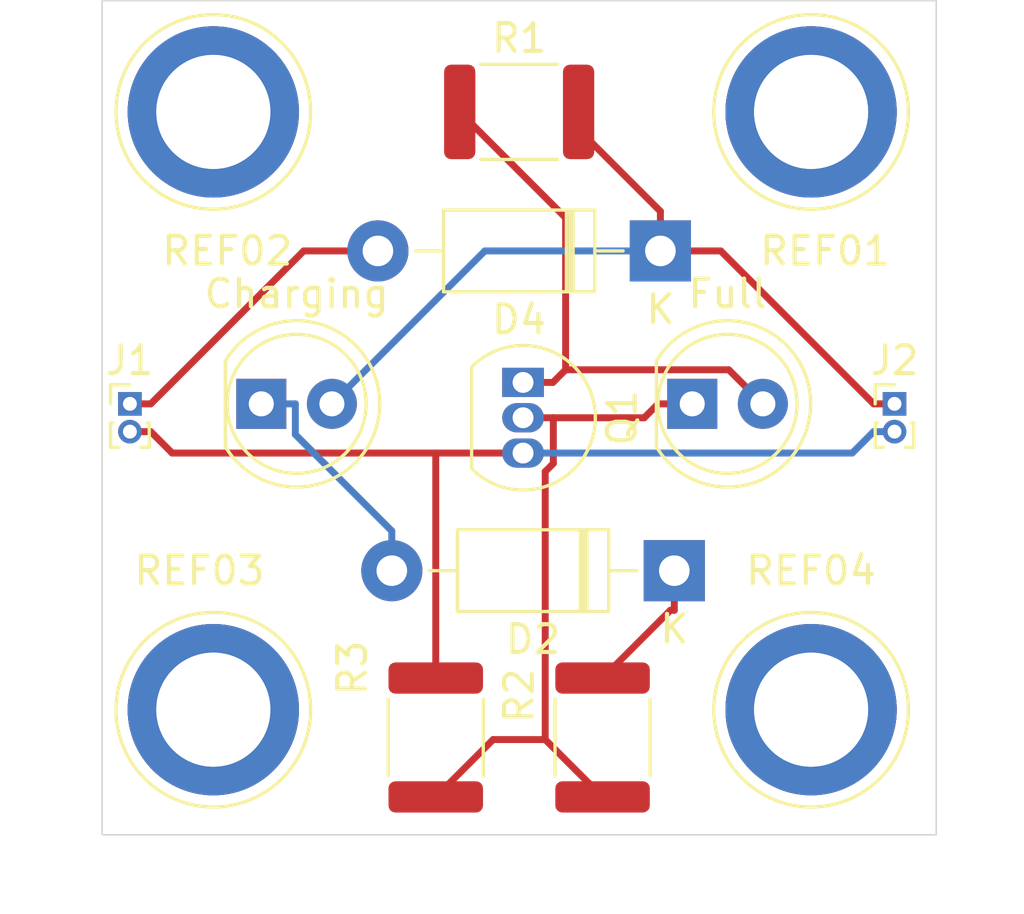
<source format=kicad_pcb>
(kicad_pcb (version 20211014) (generator pcbnew)
  (layers (0 "F.Cu" signal) (31 "B.Cu" signal) (34 "B.Paste" user) (35 "F.Paste" user) (36 "B.SilkS" user "B.Silkscreen") (37 "F.SilkS" user "F.Silkscreen") (38 "B.Mask" user) (39 "F.Mask" user) (44 "Edge.Cuts" user))
  (net 0 "")
  (net 1 "Net-(Charging1-Pad1)")
  (net 2 "Net-(Charging1-Pad2)")
  (net 3 "Net-(D2-Pad1)")
  (net 4 "Net-(D4-Pad2)")
  (net 5 "Net-(Full1-Pad1)")
  (net 6 "Net-(Full1-Pad2)")
  (net 7 "Net-(J1-Pad2)")
  (footprint "Diode_THT:D_DO-41_SOD81_P10.16mm_Horizontal" (layer "F.Cu") (at 135.58 100.5 180)
    (fp_text reference "D2" (at 5.08 -2.47) (layer "F.SilkS"))
    (fp_text value "1N4007")
    (fp_text user "K" (at 0 -2.1) (layer "F.SilkS"))
    (fp_line (start 7.8 1.47) (end 7.8 -1.47) (layer "F.SilkS") (width 0.12))
    (fp_line (start 2.36 -1.47) (end 2.36 1.47) (layer "F.SilkS") (width 0.12))
    (fp_line (start 7.8 -1.47) (end 2.36 -1.47) (layer "F.SilkS") (width 0.12))
    (fp_line (start 3.38 -1.47) (end 3.38 1.47) (layer "F.SilkS") (width 0.12))
    (fp_line (start 1.34 0) (end 2.36 0) (layer "F.SilkS") (width 0.12))
    (fp_line (start 8.82 0) (end 7.8 0) (layer "F.SilkS") (width 0.12))
    (fp_line (start 3.26 -1.47) (end 3.26 1.47) (layer "F.SilkS") (width 0.12))
    (fp_line (start 3.14 -1.47) (end 3.14 1.47) (layer "F.SilkS") (width 0.12))
    (fp_line (start 2.36 1.47) (end 7.8 1.47) (layer "F.SilkS") (width 0.12))
    (pad "1" thru_hole rect (at 0 0 180) (size 2.2 2.2) (drill 1.1) (layers *.Cu *.Mask) (net 3 "Net-(D2-Pad1)"))
    (pad "2" thru_hole oval (at 10.16 0 180) (size 2.2 2.2) (drill 1.1) (layers *.Cu *.Mask) (net 1 "Net-(Charging1-Pad1)"))
  )
  (footprint "Connector:Banana_Jack_1Pin" (layer "F.Cu") (at 140.5 84)
    (fp_text reference "REF01" (at 0.5 5) (layer "F.SilkS"))
    (fp_text value "Banana_Jack_1Pin")
    (fp_circle (center 0 0) (end 3.5 0) (layer "F.SilkS") (width 0.12) (fill none))
    (pad "1" thru_hole circle (at 0 0) (size 6.16 6.16) (drill 4.1) (layers *.Cu *.Mask))
    (pad "1" thru_hole circle (at 0 0) (size 6.16 6.16) (drill 4.1) (layers *.Cu *.Mask))
  )
  (footprint "LED_THT:LED_D5.0mm" (layer "F.Cu") (at 136.225 94.5)
    (fp_text reference "Full" (at 1.27 -3.96) (layer "F.SilkS"))
    (fp_text value "LED")
    (fp_line (start -1.29 -1.545) (end -1.29 1.545) (layer "F.SilkS") (width 0.12))
    (fp_arc (start 4.26 -0.000462) (mid 2.072002 2.880433) (end -1.29 1.54483) (layer "F.SilkS") (width 0.12))
    (fp_arc (start -1.29 -1.54483) (mid 2.072002 -2.880433) (end 4.26 0.000462) (layer "F.SilkS") (width 0.12))
    (fp_circle (center 1.27 0) (end 3.77 0) (layer "F.SilkS") (width 0.12) (fill none))
    (pad "1" thru_hole rect (at 0 0) (size 1.8 1.8) (drill 0.9) (layers *.Cu *.Mask) (net 5 "Net-(Full1-Pad1)"))
    (pad "2" thru_hole circle (at 2.54 0) (size 1.8 1.8) (drill 0.9) (layers *.Cu *.Mask) (net 6 "Net-(Full1-Pad2)"))
  )
  (footprint "Diode_THT:D_DO-41_SOD81_P10.16mm_Horizontal" (layer "F.Cu") (at 135.08 89 180)
    (fp_text reference "D4" (at 5.08 -2.47) (layer "F.SilkS"))
    (fp_text value "1N4007")
    (fp_text user "K" (at 0 -2.1) (layer "F.SilkS"))
    (fp_line (start 7.8 1.47) (end 7.8 -1.47) (layer "F.SilkS") (width 0.12))
    (fp_line (start 2.36 1.47) (end 7.8 1.47) (layer "F.SilkS") (width 0.12))
    (fp_line (start 3.14 -1.47) (end 3.14 1.47) (layer "F.SilkS") (width 0.12))
    (fp_line (start 8.82 0) (end 7.8 0) (layer "F.SilkS") (width 0.12))
    (fp_line (start 1.34 0) (end 2.36 0) (layer "F.SilkS") (width 0.12))
    (fp_line (start 2.36 -1.47) (end 2.36 1.47) (layer "F.SilkS") (width 0.12))
    (fp_line (start 7.8 -1.47) (end 2.36 -1.47) (layer "F.SilkS") (width 0.12))
    (fp_line (start 3.38 -1.47) (end 3.38 1.47) (layer "F.SilkS") (width 0.12))
    (fp_line (start 3.26 -1.47) (end 3.26 1.47) (layer "F.SilkS") (width 0.12))
    (pad "1" thru_hole rect (at 0 0 180) (size 2.2 2.2) (drill 1.1) (layers *.Cu *.Mask) (net 2 "Net-(Charging1-Pad2)"))
    (pad "2" thru_hole oval (at 10.16 0 180) (size 2.2 2.2) (drill 1.1) (layers *.Cu *.Mask) (net 4 "Net-(D4-Pad2)"))
  )
  (footprint "Connector:Banana_Jack_1Pin" (layer "F.Cu") (at 119 105.5)
    (fp_text reference "REF03" (at -0.5 -5) (layer "F.SilkS"))
    (fp_text value "Banana_Jack_1Pin")
    (fp_circle (center 0 0) (end 3.5 0) (layer "F.SilkS") (width 0.12) (fill none))
    (pad "1" thru_hole circle (at 0 0) (size 6.16 6.16) (drill 4.1) (layers *.Cu *.Mask))
    (pad "1" thru_hole circle (at 0 0) (size 6.16 6.16) (drill 4.1) (layers *.Cu *.Mask))
  )
  (footprint "LED_THT:LED_D5.0mm" (layer "F.Cu") (at 120.725 94.5)
    (fp_text reference "Charging" (at 1.27 -3.96) (layer "F.SilkS"))
    (fp_text value "LED")
    (fp_line (start -1.29 -1.545) (end -1.29 1.545) (layer "F.SilkS") (width 0.12))
    (fp_arc (start -1.29 -1.54483) (mid 2.072002 -2.880433) (end 4.26 0.000462) (layer "F.SilkS") (width 0.12))
    (fp_arc (start 4.26 -0.000462) (mid 2.072002 2.880433) (end -1.29 1.54483) (layer "F.SilkS") (width 0.12))
    (fp_circle (center 1.27 0) (end 3.77 0) (layer "F.SilkS") (width 0.12) (fill none))
    (pad "1" thru_hole rect (at 0 0) (size 1.8 1.8) (drill 0.9) (layers *.Cu *.Mask) (net 1 "Net-(Charging1-Pad1)"))
    (pad "2" thru_hole circle (at 2.54 0) (size 1.8 1.8) (drill 0.9) (layers *.Cu *.Mask) (net 2 "Net-(Charging1-Pad2)"))
  )
  (footprint "Resistor_SMD:R_1812_4532Metric" (layer "F.Cu") (at 127 106.5 -90)
    (fp_text reference "R3" (at -2.5 3 90) (layer "F.SilkS"))
    (fp_text value "330R")
    (fp_line (start -1.386252 -1.71) (end 1.386252 -1.71) (layer "F.SilkS") (width 0.12))
    (fp_line (start -1.386252 1.71) (end 1.386252 1.71) (layer "F.SilkS") (width 0.12))
    (pad "1" smd roundrect (at -2.1375 0 270) (size 1.125 3.4) (layers "F.Cu" "F.Paste" "F.Mask") (roundrect_rratio 0.222222) (net 7 "Net-(J1-Pad2)"))
    (pad "2" smd roundrect (at 2.1375 0 270) (size 1.125 3.4) (layers "F.Cu" "F.Paste" "F.Mask") (roundrect_rratio 0.222222) (net 5 "Net-(Full1-Pad1)"))
  )
  (footprint "Resistor_SMD:R_1812_4532Metric" (layer "F.Cu") (at 133 106.5 90)
    (fp_text reference "R2" (at 1.5 -3 90) (layer "F.SilkS"))
    (fp_text value "430R")
    (fp_line (start -1.386252 -1.71) (end 1.386252 -1.71) (layer "F.SilkS") (width 0.12))
    (fp_line (start -1.386252 1.71) (end 1.386252 1.71) (layer "F.SilkS") (width 0.12))
    (pad "1" smd roundrect (at -2.1375 0 90) (size 1.125 3.4) (layers "F.Cu" "F.Paste" "F.Mask") (roundrect_rratio 0.222222) (net 5 "Net-(Full1-Pad1)"))
    (pad "2" smd roundrect (at 2.1375 0 90) (size 1.125 3.4) (layers "F.Cu" "F.Paste" "F.Mask") (roundrect_rratio 0.222222) (net 3 "Net-(D2-Pad1)"))
  )
  (footprint "Connector:Banana_Jack_1Pin" (layer "F.Cu") (at 140.5 105.5)
    (fp_text reference "REF04" (at 0 -5) (layer "F.SilkS"))
    (fp_text value "Banana_Jack_1Pin")
    (fp_circle (center 0 0) (end 3.5 0) (layer "F.SilkS") (width 0.12) (fill none))
    (pad "1" thru_hole circle (at 0 0) (size 6.16 6.16) (drill 4.1) (layers *.Cu *.Mask))
    (pad "1" thru_hole circle (at 0 0) (size 6.16 6.16) (drill 4.1) (layers *.Cu *.Mask))
  )
  (footprint "Connector_PinHeader_1.00mm:PinHeader_1x02_P1.00mm_Vertical" (layer "F.Cu") (at 116 94.5)
    (fp_text reference "J1" (at 0 -1.56) (layer "F.SilkS"))
    (fp_text value "Conn_01x02")
    (fp_line (start -0.695 0) (end -0.695 -0.685) (layer "F.SilkS") (width 0.12))
    (fp_line (start -0.695 0.685) (end -0.608276 0.685) (layer "F.SilkS") (width 0.12))
    (fp_line (start -0.695 1.56) (end -0.394493 1.56) (layer "F.SilkS") (width 0.12))
    (fp_line (start -0.695 0.685) (end -0.695 1.56) (layer "F.SilkS") (width 0.12))
    (fp_line (start -0.695 -0.685) (end 0 -0.685) (layer "F.SilkS") (width 0.12))
    (fp_line (start 0.695 0.685) (end 0.695 1.56) (layer "F.SilkS") (width 0.12))
    (fp_line (start 0.608276 0.685) (end 0.695 0.685) (layer "F.SilkS") (width 0.12))
    (fp_line (start 0.394493 1.56) (end 0.695 1.56) (layer "F.SilkS") (width 0.12))
    (pad "1" thru_hole rect (at 0 0) (size 0.85 0.85) (drill 0.5) (layers *.Cu *.Mask) (net 4 "Net-(D4-Pad2)"))
    (pad "2" thru_hole oval (at 0 1) (size 0.85 0.85) (drill 0.5) (layers *.Cu *.Mask) (net 7 "Net-(J1-Pad2)"))
  )
  (footprint "Connector:Banana_Jack_1Pin" (layer "F.Cu") (at 119 84)
    (fp_text reference "REF02" (at 0.5 5) (layer "F.SilkS"))
    (fp_text value "Banana_Jack_1Pin")
    (fp_circle (center 0 0) (end 3.5 0) (layer "F.SilkS") (width 0.12) (fill none))
    (pad "1" thru_hole circle (at 0 0) (size 6.16 6.16) (drill 4.1) (layers *.Cu *.Mask))
    (pad "1" thru_hole circle (at 0 0) (size 6.16 6.16) (drill 4.1) (layers *.Cu *.Mask))
  )
  (footprint "Package_TO_SOT_THT:TO-92_Inline" (layer "F.Cu") (at 130.14 93.73 -90)
    (fp_text reference "Q1" (at 1.27 -3.56 90) (layer "F.SilkS"))
    (fp_text value "BC547")
    (fp_line (start -0.53 1.85) (end 3.07 1.85) (layer "F.SilkS") (width 0.12))
    (fp_arc (start 1.27 -2.6) (mid 3.672087 -0.994977) (end 3.108478 1.838478) (layer "F.SilkS") (width 0.12))
    (fp_arc (start -0.568478 1.838478) (mid -1.132087 -0.994977) (end 1.27 -2.6) (layer "F.SilkS") (width 0.12))
    (pad "1" thru_hole rect (at 0 0 270) (size 1.05 1.5) (drill 0.75) (layers *.Cu *.Mask) (net 6 "Net-(Full1-Pad2)"))
    (pad "2" thru_hole oval (at 1.27 0 270) (size 1.05 1.5) (drill 0.75) (layers *.Cu *.Mask) (net 5 "Net-(Full1-Pad1)"))
    (pad "3" thru_hole oval (at 2.54 0 270) (size 1.05 1.5) (drill 0.75) (layers *.Cu *.Mask) (net 7 "Net-(J1-Pad2)"))
  )
  (footprint "Connector_PinHeader_1.00mm:PinHeader_1x02_P1.00mm_Vertical" (layer "F.Cu") (at 143.5 94.5)
    (fp_text reference "J2" (at 0 -1.56) (layer "F.SilkS"))
    (fp_text value "Conn_01x02")
    (fp_line (start 0.394493 1.56) (end 0.695 1.56) (layer "F.SilkS") (width 0.12))
    (fp_line (start -0.695 0.685) (end -0.695 1.56) (layer "F.SilkS") (width 0.12))
    (fp_line (start -0.695 0.685) (end -0.608276 0.685) (layer "F.SilkS") (width 0.12))
    (fp_line (start 0.695 0.685) (end 0.695 1.56) (layer "F.SilkS") (width 0.12))
    (fp_line (start 0.608276 0.685) (end 0.695 0.685) (layer "F.SilkS") (width 0.12))
    (fp_line (start -0.695 -0.685) (end 0 -0.685) (layer "F.SilkS") (width 0.12))
    (fp_line (start -0.695 1.56) (end -0.394493 1.56) (layer "F.SilkS") (width 0.12))
    (fp_line (start -0.695 0) (end -0.695 -0.685) (layer "F.SilkS") (width 0.12))
    (pad "1" thru_hole rect (at 0 0) (size 0.85 0.85) (drill 0.5) (layers *.Cu *.Mask) (net 2 "Net-(Charging1-Pad2)"))
    (pad "2" thru_hole oval (at 0 1) (size 0.85 0.85) (drill 0.5) (layers *.Cu *.Mask) (net 7 "Net-(J1-Pad2)"))
  )
  (footprint "Resistor_SMD:R_1812_4532Metric" (layer "F.Cu") (at 130 84)
    (fp_text reference "R1" (at 0 -2.65) (layer "F.SilkS"))
    (fp_text value "220R")
    (fp_line (start -1.386252 -1.71) (end 1.386252 -1.71) (layer "F.SilkS") (width 0.12))
    (fp_line (start -1.386252 1.71) (end 1.386252 1.71) (layer "F.SilkS") (width 0.12))
    (pad "1" smd roundrect (at -2.1375 0) (size 1.125 3.4) (layers "F.Cu" "F.Paste" "F.Mask") (roundrect_rratio 0.222222) (net 6 "Net-(Full1-Pad2)"))
    (pad "2" smd roundrect (at 2.1375 0) (size 1.125 3.4) (layers "F.Cu" "F.Paste" "F.Mask") (roundrect_rratio 0.222222) (net 2 "Net-(Charging1-Pad2)"))
  )
  (gr_line (start 145 80) (end 115 80) (layer "Edge.Cuts") (width 0.05))
  (gr_line (start 115 110) (end 145 110) (layer "Edge.Cuts") (width 0.05))
  (gr_line (start 115 80) (end 115 110) (layer "Edge.Cuts") (width 0.05))
  (gr_line (start 145 110) (end 145 80) (layer "Edge.Cuts") (width 0.05))
  (segment (start 125.42 99.0747) (end 121.9503 95.605) (width 0.25) (layer "B.Cu") (net 1))
  (segment (start 120.725 94.5) (end 121.9503 94.5) (width 0.25) (layer "B.Cu") (net 1))
  (segment (start 125.42 100.5) (end 125.42 99.0747) (width 0.25) (layer "B.Cu") (net 1))
  (segment (start 121.9503 95.605) (end 121.9503 94.5) (width 0.25) (layer "B.Cu") (net 1))
  (segment (start 132.1375 84.6322) (end 132.1375 84) (width 0.25) (layer "F.Cu") (net 2))
  (segment (start 137.2497 89) (end 135.08 89) (width 0.25) (layer "F.Cu") (net 2))
  (segment (start 143.5 94.5) (end 142.7497 94.5) (width 0.25) (layer "F.Cu") (net 2))
  (segment (start 142.7497 94.5) (end 137.2497 89) (width 0.25) (layer "F.Cu") (net 2))
  (segment (start 135.08 87.5747) (end 132.1375 84.6322) (width 0.25) (layer "F.Cu") (net 2))
  (segment (start 135.08 89) (end 135.08 87.5747) (width 0.25) (layer "F.Cu") (net 2))
  (segment (start 128.765 89) (end 123.265 94.5) (width 0.25) (layer "B.Cu") (net 2))
  (segment (start 135.08 89) (end 128.765 89) (width 0.25) (layer "B.Cu") (net 2))
  (segment (start 135.58 101.9253) (end 135.4372 101.9253) (width 0.25) (layer "F.Cu") (net 3))
  (segment (start 135.58 100.5) (end 135.58 101.9253) (width 0.25) (layer "F.Cu") (net 3))
  (segment (start 135.4372 101.9253) (end 133 104.3625) (width 0.25) (layer "F.Cu") (net 3))
  (segment (start 122.2503 89) (end 116.7503 94.5) (width 0.25) (layer "F.Cu") (net 4))
  (segment (start 124.92 89) (end 122.2503 89) (width 0.25) (layer "F.Cu") (net 4))
  (segment (start 116 94.5) (end 116.7503 94.5) (width 0.25) (layer "F.Cu") (net 4))
  (segment (start 136.225 94.5) (end 134.9997 94.5) (width 0.25) (layer "F.Cu") (net 5))
  (segment (start 131.229 96.6434) (end 130.9375 96.9349) (width 0.25) (layer "F.Cu") (net 5))
  (segment (start 130.9375 96.9349) (end 130.9375 106.575) (width 0.25) (layer "F.Cu") (net 5))
  (segment (start 129.0625 106.575) (end 127 108.6375) (width 0.25) (layer "F.Cu") (net 5))
  (segment (start 134.9997 94.5) (end 134.4997 95) (width 0.25) (layer "F.Cu") (net 5))
  (segment (start 134.4997 95) (end 131.229 95) (width 0.25) (layer "F.Cu") (net 5))
  (segment (start 131.229 95) (end 131.229 96.6434) (width 0.25) (layer "F.Cu") (net 5))
  (segment (start 133 108.6375) (end 130.9375 106.575) (width 0.25) (layer "F.Cu") (net 5))
  (segment (start 131.229 95) (end 130.14 95) (width 0.25) (layer "F.Cu") (net 5))
  (segment (start 130.9375 106.575) (end 129.0625 106.575) (width 0.25) (layer "F.Cu") (net 5))
  (segment (start 131.6707 93.2746) (end 131.6707 87.8082) (width 0.25) (layer "F.Cu") (net 6))
  (segment (start 131.6707 93.2746) (end 131.2153 93.73) (width 0.25) (layer "F.Cu") (net 6))
  (segment (start 137.5396 93.2746) (end 131.6707 93.2746) (width 0.25) (layer "F.Cu") (net 6))
  (segment (start 130.14 93.73) (end 131.2153 93.73) (width 0.25) (layer "F.Cu") (net 6))
  (segment (start 138.765 94.5) (end 137.5396 93.2746) (width 0.25) (layer "F.Cu") (net 6))
  (segment (start 131.6707 87.8082) (end 127.8625 84) (width 0.25) (layer "F.Cu") (net 6))
  (segment (start 116.7503 95.5) (end 117.5203 96.27) (width 0.25) (layer "F.Cu") (net 7))
  (segment (start 127 96.27) (end 127 104.3625) (width 0.25) (layer "F.Cu") (net 7))
  (segment (start 127 96.27) (end 130.14 96.27) (width 0.25) (layer "F.Cu") (net 7))
  (segment (start 116 95.5) (end 116.7503 95.5) (width 0.25) (layer "F.Cu") (net 7))
  (segment (start 117.5203 96.27) (end 127 96.27) (width 0.25) (layer "F.Cu") (net 7))
  (segment (start 143.5 95.5) (end 142.7497 95.5) (width 0.25) (layer "B.Cu") (net 7))
  (segment (start 141.9797 96.27) (end 142.7497 95.5) (width 0.25) (layer "B.Cu") (net 7))
  (segment (start 130.14 96.27) (end 141.9797 96.27) (width 0.25) (layer "B.Cu") (net 7))
)
</source>
